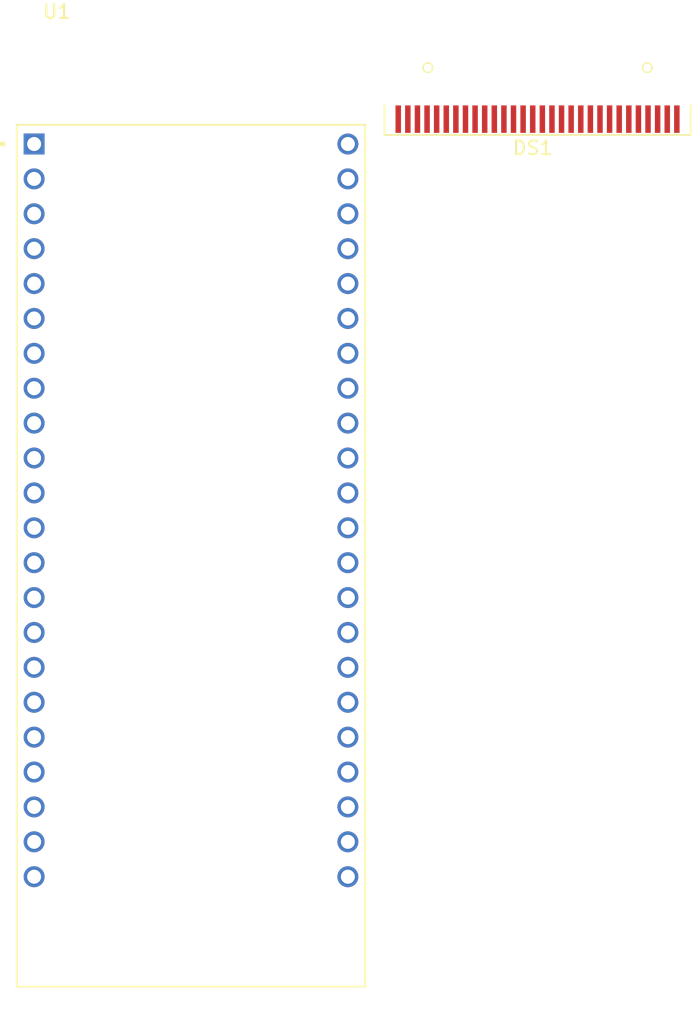
<source format=kicad_pcb>
(kicad_pcb (version 20221018) (generator pcbnew)
  (layers (0 "F.Cu" signal) (31 "B.Cu" signal) (34 "B.Paste" user) (35 "F.Paste" user) (36 "B.SilkS" user "B.Silkscreen") (37 "F.SilkS" user "F.Silkscreen") (38 "B.Mask" user) (39 "F.Mask" user) (44 "Edge.Cuts" user))
  (net 0 "")
  (net 1 "Net-(DS1-GND-Pad1)")
  (net 30 "Net-(U1-GND-PadJ1_22)")
  (net 50 "Net-(U1-3V3-PadJ1_1)")
  (footprint "Display:OLED-128O064D" (layer "F.Cu") (at 131.929 60.42)
    (fp_text reference "DS1" (at -0.35 2.1) (layer "F.SilkS"))
    (fp_text value "OLED-128O064D")
    (fp_line (start -11.15 -1) (end -11.15 1.15) (stroke (width 0.12)) (layer "F.SilkS"))
    (fp_line (start -11.15 1.15) (end 11.15 1.15) (stroke (width 0.12)) (layer "F.SilkS"))
    (fp_line (start 11.15 1.15) (end 11.15 -1) (stroke (width 0.12)) (layer "F.SilkS"))
    (fp_circle (center -8 -3.75) (end -7.65 -3.75) (stroke (width 0.1)) (fill none) (layer "F.SilkS"))
    (fp_circle (center 8 -3.75) (end 8.35 -3.75) (stroke (width 0.1)) (fill none) (layer "F.SilkS"))
    (pad "1" smd rect (at -10.15 0) (size 0.4 2) (layers "F.Cu" "F.Paste" "F.Mask") (net 1 "Net-(DS1-GND-Pad1)"))
    (pad "2" smd rect (at -9.45 0) (size 0.4 2) (layers "F.Cu" "F.Paste" "F.Mask"))
    (pad "3" smd rect (at -8.75 0) (size 0.4 2) (layers "F.Cu" "F.Paste" "F.Mask"))
    (pad "4" smd rect (at -8.05 0) (size 0.4 2) (layers "F.Cu" "F.Paste" "F.Mask"))
    (pad "5" smd rect (at -7.35 0) (size 0.4 2) (layers "F.Cu" "F.Paste" "F.Mask"))
    (pad "6" smd rect (at -6.65 0) (size 0.4 2) (layers "F.Cu" "F.Paste" "F.Mask"))
    (pad "7" smd rect (at -5.95 0) (size 0.4 2) (layers "F.Cu" "F.Paste" "F.Mask"))
    (pad "8" smd rect (at -5.25 0) (size 0.4 2) (layers "F.Cu" "F.Paste" "F.Mask"))
    (pad "9" smd rect (at -4.55 0) (size 0.4 2) (layers "F.Cu" "F.Paste" "F.Mask"))
    (pad "10" smd rect (at -3.85 0) (size 0.4 2) (layers "F.Cu" "F.Paste" "F.Mask"))
    (pad "11" smd rect (at -3.15 0) (size 0.4 2) (layers "F.Cu" "F.Paste" "F.Mask"))
    (pad "12" smd rect (at -2.45 0) (size 0.4 2) (layers "F.Cu" "F.Paste" "F.Mask"))
    (pad "13" smd rect (at -1.75 0) (size 0.4 2) (layers "F.Cu" "F.Paste" "F.Mask"))
    (pad "14" smd rect (at -1.05 0) (size 0.4 2) (layers "F.Cu" "F.Paste" "F.Mask"))
    (pad "15" smd rect (at -0.35 0) (size 0.4 2) (layers "F.Cu" "F.Paste" "F.Mask"))
    (pad "16" smd rect (at 0.35 0) (size 0.4 2) (layers "F.Cu" "F.Paste" "F.Mask"))
    (pad "17" smd rect (at 1.05 0) (size 0.4 2) (layers "F.Cu" "F.Paste" "F.Mask"))
    (pad "18" smd rect (at 1.75 0) (size 0.4 2) (layers "F.Cu" "F.Paste" "F.Mask"))
    (pad "19" smd rect (at 2.45 0) (size 0.4 2) (layers "F.Cu" "F.Paste" "F.Mask"))
    (pad "20" smd rect (at 3.15 0) (size 0.4 2) (layers "F.Cu" "F.Paste" "F.Mask"))
    (pad "21" smd rect (at 3.85 0) (size 0.4 2) (layers "F.Cu" "F.Paste" "F.Mask"))
    (pad "22" smd rect (at 4.55 0) (size 0.4 2) (layers "F.Cu" "F.Paste" "F.Mask"))
    (pad "23" smd rect (at 5.25 0) (size 0.4 2) (layers "F.Cu" "F.Paste" "F.Mask"))
    (pad "24" smd rect (at 5.95 0) (size 0.4 2) (layers "F.Cu" "F.Paste" "F.Mask"))
    (pad "25" smd rect (at 6.65 0) (size 0.4 2) (layers "F.Cu" "F.Paste" "F.Mask"))
    (pad "26" smd rect (at 7.35 0) (size 0.4 2) (layers "F.Cu" "F.Paste" "F.Mask"))
    (pad "27" smd rect (at 8.05 0) (size 0.4 2) (layers "F.Cu" "F.Paste" "F.Mask"))
    (pad "28" smd rect (at 8.75 0) (size 0.4 2) (layers "F.Cu" "F.Paste" "F.Mask"))
    (pad "29" smd rect (at 9.45 0) (size 0.4 2) (layers "F.Cu" "F.Paste" "F.Mask"))
    (pad "30" smd rect (at 10.15 0) (size 0.4 2) (layers "F.Cu" "F.Paste" "F.Mask") (net 1 "Net-(DS1-GND-Pad1)"))
  )
  (footprint "ESP32-S3-DEVKITC-1-N8R2:XCVR_ESP32-S3-DEVKITC-1-N8R2" (layer "F.Cu") (at 106.68 92.2)
    (fp_text reference "U1" (at -9.775 -39.605) (layer "F.SilkS"))
    (fp_text value "ESP32-S3-DEVKITC-1-N8R2")
    (fp_line (start -12.7 -31.37) (end 12.7 -31.37) (stroke (width 0.127)) (layer "F.SilkS"))
    (fp_line (start -12.7 31.37) (end -12.7 -31.37) (stroke (width 0.127)) (layer "F.SilkS"))
    (fp_line (start 12.7 -31.37) (end 12.7 31.37) (stroke (width 0.127)) (layer "F.SilkS"))
    (fp_line (start 12.7 31.37) (end -12.7 31.37) (stroke (width 0.127)) (layer "F.SilkS"))
    (fp_circle (center -13.716 -29.972) (end -13.616 -29.972) (stroke (width 0.2)) (fill none) (layer "F.SilkS"))
    (pad "J1_1" thru_hole rect (at -11.43 -29.97) (size 1.53 1.53) (drill 1.02) (layers "*.Cu" "*.Mask") (net 50 "Net-(U1-3V3-PadJ1_1)"))
    (pad "J1_2" thru_hole circle (at -11.43 -27.43) (size 1.53 1.53) (drill 1.02) (layers "*.Cu" "*.Mask") (net 50 "Net-(U1-3V3-PadJ1_1)"))
    (pad "J1_3" thru_hole circle (at -11.43 -24.89) (size 1.53 1.53) (drill 1.02) (layers "*.Cu" "*.Mask"))
    (pad "J1_4" thru_hole circle (at -11.43 -22.35) (size 1.53 1.53) (drill 1.02) (layers "*.Cu" "*.Mask"))
    (pad "J1_5" thru_hole circle (at -11.43 -19.81) (size 1.53 1.53) (drill 1.02) (layers "*.Cu" "*.Mask"))
    (pad "J1_6" thru_hole circle (at -11.43 -17.27) (size 1.53 1.53) (drill 1.02) (layers "*.Cu" "*.Mask"))
    (pad "J1_7" thru_hole circle (at -11.43 -14.73) (size 1.53 1.53) (drill 1.02) (layers "*.Cu" "*.Mask"))
    (pad "J1_8" thru_hole circle (at -11.43 -12.19) (size 1.53 1.53) (drill 1.02) (layers "*.Cu" "*.Mask"))
    (pad "J1_9" thru_hole circle (at -11.43 -9.65) (size 1.53 1.53) (drill 1.02) (layers "*.Cu" "*.Mask"))
    (pad "J1_10" thru_hole circle (at -11.43 -7.11) (size 1.53 1.53) (drill 1.02) (layers "*.Cu" "*.Mask"))
    (pad "J1_11" thru_hole circle (at -11.43 -4.57) (size 1.53 1.53) (drill 1.02) (layers "*.Cu" "*.Mask"))
    (pad "J1_12" thru_hole circle (at -11.43 -2.03) (size 1.53 1.53) (drill 1.02) (layers "*.Cu" "*.Mask"))
    (pad "J1_13" thru_hole circle (at -11.43 0.51) (size 1.53 1.53) (drill 1.02) (layers "*.Cu" "*.Mask"))
    (pad "J1_14" thru_hole circle (at -11.43 3.05) (size 1.53 1.53) (drill 1.02) (layers "*.Cu" "*.Mask"))
    (pad "J1_15" thru_hole circle (at -11.43 5.59) (size 1.53 1.53) (drill 1.02) (layers "*.Cu" "*.Mask"))
    (pad "J1_16" thru_hole circle (at -11.43 8.13) (size 1.53 1.53) (drill 1.02) (layers "*.Cu" "*.Mask"))
    (pad "J1_17" thru_hole circle (at -11.43 10.67) (size 1.53 1.53) (drill 1.02) (layers "*.Cu" "*.Mask"))
    (pad "J1_18" thru_hole circle (at -11.43 13.21) (size 1.53 1.53) (drill 1.02) (layers "*.Cu" "*.Mask"))
    (pad "J1_19" thru_hole circle (at -11.43 15.75) (size 1.53 1.53) (drill 1.02) (layers "*.Cu" "*.Mask"))
    (pad "J1_20" thru_hole circle (at -11.43 18.29) (size 1.53 1.53) (drill 1.02) (layers "*.Cu" "*.Mask"))
    (pad "J1_21" thru_hole circle (at -11.43 20.83) (size 1.53 1.53) (drill 1.02) (layers "*.Cu" "*.Mask"))
    (pad "J1_22" thru_hole circle (at -11.43 23.37) (size 1.53 1.53) (drill 1.02) (layers "*.Cu" "*.Mask") (net 30 "Net-(U1-GND-PadJ1_22)"))
    (pad "J3_1" thru_hole circle (at 11.43 -29.97) (size 1.53 1.53) (drill 1.02) (layers "*.Cu" "*.Mask") (net 30 "Net-(U1-GND-PadJ1_22)"))
    (pad "J3_2" thru_hole circle (at 11.43 -27.43) (size 1.53 1.53) (drill 1.02) (layers "*.Cu" "*.Mask"))
    (pad "J3_3" thru_hole circle (at 11.43 -24.89) (size 1.53 1.53) (drill 1.02) (layers "*.Cu" "*.Mask"))
    (pad "J3_4" thru_hole circle (at 11.43 -22.35) (size 1.53 1.53) (drill 1.02) (layers "*.Cu" "*.Mask"))
    (pad "J3_5" thru_hole circle (at 11.43 -19.81) (size 1.53 1.53) (drill 1.02) (layers "*.Cu" "*.Mask"))
    (pad "J3_6" thru_hole circle (at 11.43 -17.27) (size 1.53 1.53) (drill 1.02) (layers "*.Cu" "*.Mask"))
    (pad "J3_7" thru_hole circle (at 11.43 -14.73) (size 1.53 1.53) (drill 1.02) (layers "*.Cu" "*.Mask"))
    (pad "J3_8" thru_hole circle (at 11.43 -12.19) (size 1.53 1.53) (drill 1.02) (layers "*.Cu" "*.Mask"))
    (pad "J3_9" thru_hole circle (at 11.43 -9.65) (size 1.53 1.53) (drill 1.02) (layers "*.Cu" "*.Mask"))
    (pad "J3_10" thru_hole circle (at 11.43 -7.11) (size 1.53 1.53) (drill 1.02) (layers "*.Cu" "*.Mask"))
    (pad "J3_11" thru_hole circle (at 11.43 -4.57) (size 1.53 1.53) (drill 1.02) (layers "*.Cu" "*.Mask"))
    (pad "J3_12" thru_hole circle (at 11.43 -2.03) (size 1.53 1.53) (drill 1.02) (layers "*.Cu" "*.Mask"))
    (pad "J3_13" thru_hole circle (at 11.43 0.51) (size 1.53 1.53) (drill 1.02) (layers "*.Cu" "*.Mask"))
    (pad "J3_14" thru_hole circle (at 11.43 3.05) (size 1.53 1.53) (drill 1.02) (layers "*.Cu" "*.Mask"))
    (pad "J3_15" thru_hole circle (at 11.43 5.59) (size 1.53 1.53) (drill 1.02) (layers "*.Cu" "*.Mask"))
    (pad "J3_16" thru_hole circle (at 11.43 8.13) (size 1.53 1.53) (drill 1.02) (layers "*.Cu" "*.Mask"))
    (pad "J3_17" thru_hole circle (at 11.43 10.67) (size 1.53 1.53) (drill 1.02) (layers "*.Cu" "*.Mask"))
    (pad "J3_18" thru_hole circle (at 11.43 13.21) (size 1.53 1.53) (drill 1.02) (layers "*.Cu" "*.Mask"))
    (pad "J3_19" thru_hole circle (at 11.43 15.75) (size 1.53 1.53) (drill 1.02) (layers "*.Cu" "*.Mask"))
    (pad "J3_20" thru_hole circle (at 11.43 18.29) (size 1.53 1.53) (drill 1.02) (layers "*.Cu" "*.Mask"))
    (pad "J3_21" thru_hole circle (at 11.43 20.83) (size 1.53 1.53) (drill 1.02) (layers "*.Cu" "*.Mask") (net 30 "Net-(U1-GND-PadJ1_22)"))
    (pad "J3_22" thru_hole circle (at 11.43 23.37) (size 1.53 1.53) (drill 1.02) (layers "*.Cu" "*.Mask") (net 30 "Net-(U1-GND-PadJ1_22)"))
  )
)
</source>
